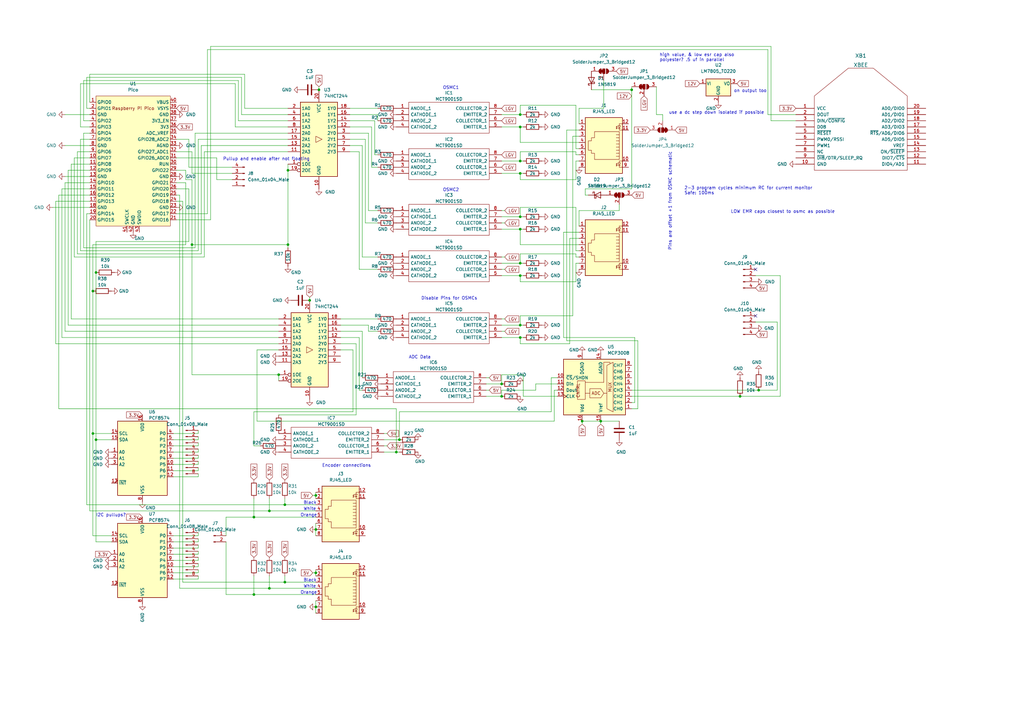
<source format=kicad_sch>
(kicad_sch (version 20211123) (generator eeschema)
  (paper "A3")
  (junction (at 303.53 162.56))
  (junction (at 116.84 207.01))
  (junction (at 39.37 111.76))
  (junction (at 205.74 157.48))
  (junction (at 213.36 66.04))
  (junction (at 110.49 209.55))
  (junction (at 259.08 36.83))
  (junction (at 129.54 217.17))
  (junction (at 118.11 100.33))
  (junction (at 205.74 162.56))
  (junction (at 104.14 243.84))
  (junction (at 39.37 180.34))
  (junction (at 114.3 153.67))
  (junction (at 104.14 212.09))
  (junction (at 213.36 138.43))
  (junction (at 129.54 234.95))
  (junction (at 116.84 238.76))
  (junction (at 246.38 172.72))
  (junction (at 213.36 46.99))
  (junction (at 110.49 241.3))
  (junction (at 129.54 203.2))
  (junction (at 163.83 180.34))
  (junction (at 162.56 185.42))
  (junction (at 213.36 52.07))
  (junction (at 238.76 172.72))
  (junction (at 213.36 88.9))
  (junction (at 127 123.19))
  (junction (at 38.1 119.38))
  (junction (at 118.11 69.85))
  (junction (at 129.54 248.92))
  (junction (at 213.36 107.95))
  (junction (at 213.36 93.98))
  (junction (at 311.15 160.02))
  (junction (at 213.36 71.12))
  (junction (at 213.36 133.35))
  (junction (at 38.1 177.8))
  (junction (at 78.74 100.33))
  (junction (at 130.81 36.83))
  (junction (at 213.36 113.03))
  (no_connect (at 309.88 129.54))
  (no_connect (at 309.88 110.49))
  (wire (pts (xy 236.22 85.09) (xy 236.22 102.87)))
  (wire (pts (xy 73.66 241.3) (xy 110.49 241.3)))
  (wire (pts (xy 72.39 57.15) (xy 77.47 57.15)))
  (wire (pts (xy 219.71 160.02) (xy 205.74 160.02)))
  (wire (pts (xy 27.94 133.35) (xy 114.3 133.35)))
  (wire (pts (xy 139.7 143.51) (xy 144.78 143.51)))
  (wire (pts (xy 22.86 82.55) (xy 36.83 82.55)))
  (wire (pts (xy 77.47 77.47) (xy 77.47 99.06)))
  (wire (pts (xy 71.12 232.41) (xy 81.28 232.41)))
  (wire (pts (xy 96.52 34.29) (xy 96.52 52.07)))
  (wire (pts (xy 129.54 233.68) (xy 129.54 234.95)))
  (wire (pts (xy 38.1 100.33) (xy 76.2 100.33)))
  (wire (pts (xy 71.12 187.96) (xy 81.28 187.96)))
  (wire (pts (xy 129.54 201.93) (xy 129.54 203.2)))
  (wire (pts (xy 236.22 62.23) (xy 236.22 63.5)))
  (wire (pts (xy 36.83 30.48) (xy 100.33 30.48)))
  (wire (pts (xy 105.41 143.51) (xy 114.3 143.51)))
  (wire (pts (xy 152.4 68.58) (xy 154.94 68.58)))
  (wire (pts (xy 240.03 77.47) (xy 259.08 77.47)))
  (wire (pts (xy 24.13 80.01) (xy 36.83 80.01)))
  (wire (pts (xy 143.51 62.23) (xy 147.32 62.23)))
  (wire (pts (xy 200.66 154.94) (xy 199.39 154.94)))
  (wire (pts (xy 237.49 55.88) (xy 234.95 55.88)))
  (wire (pts (xy 139.7 130.81) (xy 154.94 130.81)))
  (wire (pts (xy 147.32 160.02) (xy 148.59 160.02)))
  (wire (pts (xy 38.1 100.33) (xy 38.1 119.38)))
  (wire (pts (xy 88.9 64.77) (xy 88.9 73.66)))
  (wire (pts (xy 36.83 52.07) (xy 33.02 52.07)))
  (wire (pts (xy 71.12 229.87) (xy 81.28 229.87)))
  (wire (pts (xy 205.74 88.9) (xy 213.36 88.9)))
  (wire (pts (xy 78.74 153.67) (xy 114.3 153.67)))
  (wire (pts (xy 231.14 138.43) (xy 260.35 138.43)))
  (wire (pts (xy 139.7 140.97) (xy 146.05 140.97)))
  (wire (pts (xy 144.78 143.51) (xy 144.78 168.91)))
  (wire (pts (xy 146.05 140.97) (xy 146.05 170.18)))
  (wire (pts (xy 240.03 77.47) (xy 240.03 80.01)))
  (wire (pts (xy 78.74 62.23) (xy 78.74 71.12)))
  (wire (pts (xy 205.74 107.95) (xy 213.36 107.95)))
  (wire (pts (xy 85.09 20.32) (xy 85.09 87.63)))
  (wire (pts (xy 144.78 168.91) (xy 104.14 168.91)))
  (wire (pts (xy 214.63 162.56) (xy 228.6 162.56)))
  (wire (pts (xy 158.75 177.8) (xy 157.48 177.8)))
  (wire (pts (xy 146.05 170.18) (xy 114.3 170.18)))
  (wire (pts (xy 149.86 91.44) (xy 154.94 91.44)))
  (wire (pts (xy 231.14 95.25) (xy 231.14 138.43)))
  (wire (pts (xy 83.82 62.23) (xy 118.11 62.23)))
  (wire (pts (xy 213.36 93.98) (xy 214.63 93.98)))
  (wire (pts (xy 72.39 90.17) (xy 86.36 90.17)))
  (wire (pts (xy 71.12 195.58) (xy 81.28 195.58)))
  (wire (pts (xy 213.36 43.18) (xy 213.36 46.99)))
  (wire (pts (xy 92.71 212.09) (xy 92.71 219.71)))
  (wire (pts (xy 118.11 69.85) (xy 118.11 100.33)))
  (wire (pts (xy 118.11 67.31) (xy 118.11 69.85)))
  (wire (pts (xy 35.56 207.01) (xy 35.56 87.63)))
  (wire (pts (xy 163.83 168.91) (xy 226.06 168.91)))
  (wire (pts (xy 213.36 107.95) (xy 214.63 107.95)))
  (wire (pts (xy 116.84 238.76) (xy 74.93 238.76)))
  (wire (pts (xy 34.29 54.61) (xy 34.29 101.6)))
  (wire (pts (xy 242.57 36.83) (xy 259.08 36.83)))
  (wire (pts (xy 232.41 53.34) (xy 237.49 53.34)))
  (wire (pts (xy 71.12 185.42) (xy 81.28 185.42)))
  (wire (pts (xy 36.83 54.61) (xy 34.29 54.61)))
  (wire (pts (xy 309.88 113.03) (xy 320.04 113.03)))
  (wire (pts (xy 74.93 238.76) (xy 74.93 82.55)))
  (wire (pts (xy 86.36 19.05) (xy 316.23 19.05)))
  (wire (pts (xy 207.01 130.81) (xy 205.74 130.81)))
  (wire (pts (xy 38.1 177.8) (xy 45.72 177.8)))
  (wire (pts (xy 45.72 219.71) (xy 38.1 219.71)))
  (wire (pts (xy 71.12 237.49) (xy 81.28 237.49)))
  (wire (pts (xy 26.67 46.99) (xy 36.83 46.99)))
  (wire (pts (xy 259.08 77.47) (xy 259.08 36.83)))
  (wire (pts (xy 231.14 95.25) (xy 237.49 95.25)))
  (wire (pts (xy 110.49 241.3) (xy 110.49 236.22)))
  (wire (pts (xy 128.27 234.95) (xy 129.54 234.95)))
  (wire (pts (xy 104.14 182.88) (xy 106.68 182.88)))
  (wire (pts (xy 81.28 193.04) (xy 81.28 191.77)))
  (wire (pts (xy 129.54 203.2) (xy 129.54 204.47)))
  (wire (pts (xy 88.9 73.66) (xy 95.25 73.66)))
  (wire (pts (xy 205.74 153.67) (xy 214.63 153.67)))
  (wire (pts (xy 100.33 44.45) (xy 118.11 44.45)))
  (wire (pts (xy 22.86 140.97) (xy 22.86 82.55)))
  (wire (pts (xy 226.06 154.94) (xy 226.06 168.91)))
  (wire (pts (xy 205.74 71.12) (xy 213.36 71.12)))
  (wire (pts (xy 213.36 140.97) (xy 233.68 140.97)))
  (wire (pts (xy 205.74 138.43) (xy 213.36 138.43)))
  (wire (pts (xy 34.29 101.6) (xy 80.01 101.6)))
  (wire (pts (xy 260.35 165.1) (xy 259.08 165.1)))
  (wire (pts (xy 81.28 177.8) (xy 81.28 176.53)))
  (wire (pts (xy 148.59 59.69) (xy 148.59 105.41)))
  (wire (pts (xy 259.08 167.64) (xy 261.62 167.64)))
  (wire (pts (xy 82.55 59.69) (xy 118.11 59.69)))
  (wire (pts (xy 76.2 69.85) (xy 76.2 73.66)))
  (wire (pts (xy 207.01 91.44) (xy 205.74 91.44)))
  (wire (pts (xy 36.83 41.91) (xy 36.83 30.48)))
  (wire (pts (xy 116.84 207.01) (xy 116.84 204.47)))
  (wire (pts (xy 39.37 180.34) (xy 39.37 222.25)))
  (wire (pts (xy 213.36 115.57) (xy 236.22 115.57)))
  (wire (pts (xy 237.49 44.45) (xy 237.49 50.8)))
  (wire (pts (xy 85.09 20.32) (xy 314.96 20.32)))
  (wire (pts (xy 104.14 212.09) (xy 104.14 204.47)))
  (wire (pts (xy 147.32 62.23) (xy 147.32 110.49)))
  (wire (pts (xy 151.13 133.35) (xy 151.13 135.89)))
  (wire (pts (xy 99.06 46.99) (xy 118.11 46.99)))
  (wire (pts (xy 36.83 44.45) (xy 35.56 44.45)))
  (wire (pts (xy 25.4 138.43) (xy 25.4 77.47)))
  (wire (pts (xy 25.4 77.47) (xy 36.83 77.47)))
  (wire (pts (xy 148.59 105.41) (xy 154.94 105.41)))
  (wire (pts (xy 238.76 172.72) (xy 246.38 172.72)))
  (wire (pts (xy 151.13 54.61) (xy 151.13 86.36)))
  (wire (pts (xy 81.28 57.15) (xy 118.11 57.15)))
  (wire (pts (xy 30.48 64.77) (xy 30.48 105.41)))
  (wire (pts (xy 31.75 62.23) (xy 31.75 104.14)))
  (wire (pts (xy 260.35 138.43) (xy 260.35 165.1)))
  (wire (pts (xy 213.36 43.18) (xy 236.22 43.18)))
  (wire (pts (xy 213.36 107.95) (xy 213.36 104.14)))
  (wire (pts (xy 318.77 132.08) (xy 318.77 160.02)))
  (wire (pts (xy 129.54 212.09) (xy 104.14 212.09)))
  (wire (pts (xy 213.36 133.35) (xy 213.36 129.54)))
  (wire (pts (xy 71.12 222.25) (xy 81.28 222.25)))
  (wire (pts (xy 25.4 138.43) (xy 114.3 138.43)))
  (wire (pts (xy 143.51 52.07) (xy 152.4 52.07)))
  (wire (pts (xy 232.41 53.34) (xy 232.41 139.7)))
  (wire (pts (xy 269.24 35.56) (xy 269.24 46.99)))
  (wire (pts (xy 73.66 80.01) (xy 73.66 241.3)))
  (wire (pts (xy 27.94 69.85) (xy 27.94 133.35)))
  (wire (pts (xy 219.71 160.02) (xy 219.71 157.48)))
  (wire (pts (xy 213.36 104.14) (xy 236.22 104.14)))
  (wire (pts (xy 213.36 46.99) (xy 214.63 46.99)))
  (wire (pts (xy 316.23 19.05) (xy 316.23 49.53)))
  (wire (pts (xy 104.14 168.91) (xy 104.14 182.88)))
  (wire (pts (xy 35.56 87.63) (xy 36.83 87.63)))
  (wire (pts (xy 71.12 227.33) (xy 81.28 227.33)))
  (wire (pts (xy 261.62 139.7) (xy 261.62 167.64)))
  (wire (pts (xy 97.79 49.53) (xy 118.11 49.53)))
  (wire (pts (xy 34.29 33.02) (xy 34.29 49.53)))
  (wire (pts (xy 153.67 63.5) (xy 154.94 63.5)))
  (wire (pts (xy 36.83 49.53) (xy 34.29 49.53)))
  (wire (pts (xy 71.12 224.79) (xy 81.28 224.79)))
  (wire (pts (xy 24.13 80.01) (xy 24.13 167.64)))
  (wire (pts (xy 139.7 138.43) (xy 147.32 138.43)))
  (wire (pts (xy 96.52 52.07) (xy 118.11 52.07)))
  (wire (pts (xy 39.37 99.06) (xy 39.37 111.76)))
  (wire (pts (xy 143.51 57.15) (xy 149.86 57.15)))
  (wire (pts (xy 33.02 57.15) (xy 33.02 102.87)))
  (wire (pts (xy 237.49 100.33) (xy 213.36 100.33)))
  (wire (pts (xy 163.83 168.91) (xy 163.83 180.34)))
  (wire (pts (xy 314.96 20.32) (xy 314.96 46.99)))
  (wire (pts (xy 143.51 44.45) (xy 154.94 44.45)))
  (wire (pts (xy 247.65 44.45) (xy 237.49 44.45)))
  (wire (pts (xy 71.12 190.5) (xy 81.28 190.5)))
  (wire (pts (xy 81.28 185.42) (xy 81.28 184.15)))
  (wire (pts (xy 213.36 138.43) (xy 214.63 138.43)))
  (wire (pts (xy 213.36 113.03) (xy 213.36 115.57)))
  (wire (pts (xy 26.67 72.39) (xy 36.83 72.39)))
  (wire (pts (xy 78.74 73.66) (xy 78.74 100.33)))
  (wire (pts (xy 110.49 209.55) (xy 36.83 209.55)))
  (wire (pts (xy 35.56 44.45) (xy 35.56 31.75)))
  (wire (pts (xy 213.36 71.12) (xy 214.63 71.12)))
  (wire (pts (xy 236.22 43.18) (xy 236.22 60.96)))
  (wire (pts (xy 213.36 52.07) (xy 214.63 52.07)))
  (wire (pts (xy 234.95 55.88) (xy 234.95 129.54)))
  (wire (pts (xy 83.82 105.41) (xy 83.82 62.23)))
  (wire (pts (xy 157.48 185.42) (xy 162.56 185.42)))
  (wire (pts (xy 213.36 66.04) (xy 213.36 62.23)))
  (wire (pts (xy 36.83 67.31) (xy 29.21 67.31)))
  (wire (pts (xy 259.08 36.83) (xy 259.08 35.56)))
  (wire (pts (xy 81.28 237.49) (xy 81.28 236.22)))
  (wire (pts (xy 143.51 46.99) (xy 154.94 46.99)))
  (wire (pts (xy 314.96 46.99) (xy 326.39 46.99)))
  (wire (pts (xy 116.84 207.01) (xy 35.56 207.01)))
  (wire (pts (xy 104.14 243.84) (xy 129.54 243.84)))
  (wire (pts (xy 30.48 105.41) (xy 83.82 105.41)))
  (wire (pts (xy 110.49 209.55) (xy 110.49 204.47)))
  (wire (pts (xy 153.67 49.53) (xy 153.67 63.5)))
  (wire (pts (xy 139.7 135.89) (xy 148.59 135.89)))
  (wire (pts (xy 246.38 173.99) (xy 246.38 172.72)))
  (wire (pts (xy 205.74 66.04) (xy 213.36 66.04)))
  (wire (pts (xy 213.36 85.09) (xy 236.22 85.09)))
  (wire (pts (xy 36.83 64.77) (xy 30.48 64.77)))
  (wire (pts (xy 214.63 153.67) (xy 214.63 162.56)))
  (wire (pts (xy 36.83 62.23) (xy 31.75 62.23)))
  (wire (pts (xy 36.83 69.85) (xy 27.94 69.85)))
  (wire (pts (xy 236.22 73.66) (xy 236.22 66.04)))
  (wire (pts (xy 81.28 234.95) (xy 81.28 233.68)))
  (wire (pts (xy 38.1 177.8) (xy 38.1 219.71)))
  (wire (pts (xy 38.1 119.38) (xy 38.1 177.8)))
  (wire (pts (xy 316.23 49.53) (xy 326.39 49.53)))
  (wire (pts (xy 205.74 160.02) (xy 205.74 162.56)))
  (wire (pts (xy 247.65 33.02) (xy 247.65 44.45)))
  (wire (pts (xy 100.33 30.48) (xy 100.33 44.45)))
  (wire (pts (xy 110.49 241.3) (xy 129.54 241.3)))
  (wire (pts (xy 205.74 93.98) (xy 213.36 93.98)))
  (wire (pts (xy 236.22 104.14) (xy 236.22 105.41)))
  (wire (pts (xy 39.37 111.76) (xy 39.37 180.34)))
  (wire (pts (xy 81.28 224.79) (xy 81.28 223.52)))
  (wire (pts (xy 259.08 162.56) (xy 303.53 162.56)))
  (wire (pts (xy 71.12 193.04) (xy 81.28 193.04)))
  (wire (pts (xy 116.84 238.76) (xy 116.84 236.22)))
  (wire (pts (xy 82.55 104.14) (xy 82.55 59.69)))
  (wire (pts (xy 72.39 80.01) (xy 73.66 80.01)))
  (wire (pts (xy 311.15 160.02) (xy 318.77 160.02)))
  (wire (pts (xy 241.3 80.01) (xy 240.03 80.01)))
  (wire (pts (xy 236.22 102.87) (xy 237.49 102.87)))
  (wire (pts (xy 72.39 62.23) (xy 78.74 62.23)))
  (wire (pts (xy 236.22 105.41) (xy 237.49 105.41)))
  (wire (pts (xy 72.39 87.63) (xy 85.09 87.63)))
  (wire (pts (xy 213.36 58.42) (xy 237.49 58.42)))
  (wire (pts (xy 129.54 248.92) (xy 129.54 251.46)))
  (wire (pts (xy 213.36 138.43) (xy 213.36 140.97)))
  (wire (pts (xy 72.39 77.47) (xy 77.47 77.47)))
  (wire (pts (xy 147.32 138.43) (xy 147.32 160.02)))
  (wire (pts (xy 80.01 54.61) (xy 118.11 54.61)))
  (wire (pts (xy 303.53 162.56) (xy 320.04 162.56)))
  (wire (pts (xy 207.01 105.41) (xy 205.74 105.41)))
  (wire (pts (xy 213.36 52.07) (xy 213.36 58.42)))
  (wire (pts (xy 76.2 73.66) (xy 78.74 73.66)))
  (wire (pts (xy 29.21 67.31) (xy 29.21 130.81)))
  (wire (pts (xy 33.02 102.87) (xy 81.28 102.87)))
  (wire (pts (xy 213.36 133.35) (xy 214.63 133.35)))
  (wire (pts (xy 36.83 57.15) (xy 33.02 57.15)))
  (wire (pts (xy 143.51 49.53) (xy 153.67 49.53)))
  (wire (pts (xy 129.54 217.17) (xy 129.54 219.71)))
  (wire (pts (xy 118.11 100.33) (xy 78.74 100.33)))
  (wire (pts (xy 81.28 180.34) (xy 81.28 179.07)))
  (wire (pts (xy 81.28 227.33) (xy 81.28 226.06)))
  (wire (pts (xy 36.83 90.17) (xy 36.83 209.55)))
  (wire (pts (xy 99.06 31.75) (xy 99.06 46.99)))
  (wire (pts (xy 80.01 54.61) (xy 80.01 101.6)))
  (wire (pts (xy 33.02 34.29) (xy 96.52 34.29)))
  (wire (pts (xy 81.28 229.87) (xy 81.28 228.6)))
  (wire (pts (xy 213.36 93.98) (xy 213.36 100.33)))
  (wire (pts (xy 77.47 57.15) (xy 77.47 68.58)))
  (wire (pts (xy 205.74 153.67) (xy 205.74 157.48)))
  (wire (pts (xy 158.75 182.88) (xy 157.48 182.88)))
  (wire (pts (xy 72.39 69.85) (xy 76.2 69.85)))
  (wire (pts (xy 26.67 74.93) (xy 36.83 74.93)))
  (wire (pts (xy 246.38 172.72) (xy 254 172.72)))
  (wire (pts (xy 254 83.82) (xy 254 86.36)))
  (wire (pts (xy 205.74 52.07) (xy 213.36 52.07)))
  (wire (pts (xy 39.37 222.25) (xy 45.72 222.25)))
  (wire (pts (xy 130.81 35.56) (xy 130.81 36.83)))
  (wire (pts (xy 148.59 135.89) (xy 148.59 154.94)))
  (wire (pts (xy 81.28 182.88) (xy 81.28 181.61)))
  (wire (pts (xy 129.54 214.63) (xy 129.54 217.17)))
  (wire (pts (xy 152.4 52.07) (xy 152.4 68.58)))
  (wire (pts (xy 35.56 31.75) (xy 99.06 31.75)))
  (wire (pts (xy 213.36 62.23) (xy 236.22 62.23)))
  (wire (pts (xy 114.3 153.67) (xy 114.3 156.21)))
  (wire (pts (xy 238.76 173.99) (xy 238.76 172.72)))
  (wire (pts (xy 97.79 33.02) (xy 97.79 49.53)))
  (wire (pts (xy 236.22 107.95) (xy 237.49 107.95)))
  (wire (pts (xy 151.13 135.89) (xy 154.94 135.89)))
  (wire (pts (xy 320.04 113.03) (xy 320.04 162.56)))
  (wire (pts (xy 127 121.92) (xy 127 123.19)))
  (wire (pts (xy 213.36 73.66) (xy 236.22 73.66)))
  (wire (pts (xy 81.28 195.58) (xy 81.28 194.31)))
  (wire (pts (xy 207.01 86.36) (xy 205.74 86.36)))
  (wire (pts (xy 22.86 140.97) (xy 114.3 140.97)))
  (wire (pts (xy 33.02 52.07) (xy 33.02 34.29)))
  (wire (pts (xy 26.67 135.89) (xy 114.3 135.89)))
  (wire (pts (xy 71.12 219.71) (xy 81.28 219.71)))
  (wire (pts (xy 77.47 99.06) (xy 39.37 99.06)))
  (wire (pts (xy 81.28 232.41) (xy 81.28 231.14)))
  (wire (pts (xy 200.66 160.02) (xy 199.39 160.02)))
  (wire (pts (xy 147.32 110.49) (xy 154.94 110.49)))
  (wire (pts (xy 236.22 66.04) (xy 237.49 66.04)))
  (wire (pts (xy 233.68 97.79) (xy 237.49 97.79)))
  (wire (pts (xy 207.01 135.89) (xy 205.74 135.89)))
  (wire (pts (xy 233.68 140.97) (xy 233.68 97.79)))
  (wire (pts (xy 24.13 167.64) (xy 162.56 167.64)))
  (wire (pts (xy 205.74 133.35) (xy 213.36 133.35)))
  (wire (pts (xy 143.51 54.61) (xy 151.13 54.61)))
  (wire (pts (xy 29.21 130.81) (xy 114.3 130.81)))
  (wire (pts (xy 228.6 154.94) (xy 226.06 154.94)))
  (wire (pts (xy 72.39 64.77) (xy 88.9 64.77)))
  (wire (pts (xy 71.12 180.34) (xy 81.28 180.34)))
  (wire (pts (xy 139.7 133.35) (xy 151.13 133.35)))
  (wire (pts (xy 227.33 160.02) (xy 227.33 172.72)))
  (wire (pts (xy 228.6 160.02) (xy 227.33 160.02)))
  (wire (pts (xy 86.36 90.17) (xy 86.36 19.05)))
  (wire (pts (xy 162.56 185.42) (xy 162.56 167.64)))
  (wire (pts (xy 76.2 100.33) (xy 76.2 74.93)))
  (wire (pts (xy 236.22 60.96) (xy 237.49 60.96)))
  (wire (pts (xy 271.78 46.99) (xy 269.24 46.99)))
  (wire (pts (xy 129.54 234.95) (xy 129.54 236.22)))
  (wire (pts (xy 104.14 212.09) (xy 92.71 212.09)))
  (wire (pts (xy 39.37 180.34) (xy 45.72 180.34)))
  (wire (pts (xy 92.71 243.84) (xy 92.71 222.25)))
  (wire (pts (xy 71.12 234.95) (xy 81.28 234.95)))
  (wire (pts (xy 105.41 172.72) (xy 227.33 172.72)))
  (wire (pts (xy 81.28 219.71) (xy 81.28 218.44)))
  (wire (pts (xy 118.11 101.6) (xy 118.11 100.33)))
  (wire (pts (xy 116.84 238.76) (xy 129.54 238.76)))
  (wire (pts (xy 254 86.36) (xy 237.49 86.36)))
  (wire (pts (xy 219.71 157.48) (xy 228.6 157.48)))
  (wire (pts (xy 259.08 160.02) (xy 311.15 160.02)))
  (wire (pts (xy 154.94 46.99) (xy 154.94 49.53)))
  (wire (pts (xy 213.36 66.04) (xy 214.63 66.04)))
  (wire (pts (xy 162.56 185.42) (xy 163.83 185.42)))
  (wire (pts (xy 213.36 88.9) (xy 214.63 88.9)))
  (wire (pts (xy 271.78 49.53) (xy 271.78 46.99)))
  (wire (pts (xy 81.28 57.15) (xy 81.28 102.87)))
  (wire (pts (xy 77.47 68.58) (xy 95.25 68.58)))
  (wire (pts (xy 26.67 74.93) (xy 26.67 135.89)))
  (wire (pts (xy 236.22 63.5) (xy 237.49 63.5)))
  (wire (pts (xy 104.14 243.84) (xy 104.14 236.22)))
  (wire (pts (xy 76.2 74.93) (xy 72.39 74.93)))
  (wire (pts (xy 151.13 86.36) (xy 154.94 86.36)))
  (wire (pts (xy 149.86 57.15) (xy 149.86 91.44)))
  (wire (pts (xy 26.67 59.69) (xy 36.83 59.69)))
  (wire (pts (xy 34.29 33.02) (xy 97.79 33.02)))
  (wire (pts (xy 213.36 85.09) (xy 213.36 88.9)))
  (wire (pts (xy 157.48 180.34) (xy 163.83 180.34)))
  (wire (pts (xy 21.59 85.09) (xy 36.83 85.09)))
  (wire (pts (xy 81.28 222.25) (xy 81.28 220.98)))
  (wire (pts (xy 199.39 157.48) (xy 205.74 157.48)))
  (wire (pts (xy 143.51 59.69) (xy 148.59 59.69)))
  (wire (pts (xy 71.12 182.88) (xy 81.28 182.88)))
  (wire (pts (xy 74.93 82.55) (xy 72.39 82.55)))
  (wire (pts (xy 213.36 71.12) (xy 213.36 73.66)))
  (wire (pts (xy 128.27 203.2) (xy 129.54 203.2)))
  (wire (pts (xy 205.74 46.99) (xy 213.36 46.99)))
  (wire (pts (xy 129.54 246.38) (xy 129.54 248.92)))
  (wire (pts (xy 129.54 209.55) (xy 110.49 209.55)))
  (wire (pts (xy 234.95 129.54) (xy 213.36 129.54)))
  (wire (pts (xy 237.49 86.36) (xy 237.49 92.71)))
  (wire (pts (xy 81.28 190.5) (xy 81.28 189.23)))
  (wire (pts (xy 71.12 177.8) (xy 81.28 177.8)))
  (wire (pts (xy 31.75 104.14) (xy 82.55 104.14)))
  (wire (pts (xy 232.41 139.7) (xy 261.62 139.7)))
  (wire (pts (xy 104.14 243.84) (xy 92.71 243.84)))
  (wire (pts (xy 199.39 162.56) (xy 205.74 162.56)))
  (wire (pts (xy 81.28 187.96) (xy 81.28 186.69)))
  (wire (pts (xy 236.22 115.57) (xy 236.22 107.95)))
  (wire (pts (xy 309.88 132.08) (xy 318.77 132.08)))
  (wire (pts (xy 78.74 71.12) (xy 95.25 71.12)))
  (wire (pts (xy 213.36 113.03) (xy 214.63 113.03)))
  (wire (pts (xy 205.74 113.03) (xy 213.36 113.03)))
  (wire (pts (xy 129.54 207.01) (xy 116.84 207.01)))
  (wire (pts (xy 78.74 100.33) (xy 78.74 153.67)))
  (wire (pts (xy 207.01 110.49) (xy 205.74 110.49)))
  (wire (pts (xy 105.41 143.51) (xy 105.41 172.72)))
  (text "Encoder connections" (at 132.08 191.77 0) (effects (font (size 1.27 1.27)) (justify left bottom)))
  (text "Black" (at 124.46 238.76 0) (effects (font (size 1.27 1.27)) (justify left bottom)))
  (text "use a dc step down isolated if possible" (at 274.32 46.99 0) (effects (font (size 1.27 1.27)) (justify left bottom)))
  (text "I2C pullups?" (at 39.37 212.09 0) (effects (font (size 1.27 1.27)) (justify left bottom)))
  (text "Pullup and enable after not floating" (at 91.44 66.04 0) (effects (font (size 1.27 1.27)) (justify left bottom)))
  (text "on output too" (at 300.99 38.1 0) (effects (font (size 1.27 1.27)) (justify left bottom)))
  (text "Disable Pins for OSMCs" (at 172.72 123.19 0) (effects (font (size 1.27 1.27)) (justify left bottom)))
  (text "White" (at 124.46 209.55 0) (effects (font (size 1.27 1.27)) (justify left bottom)))
  (text "high value, & low esr cap also\npolyester? .5 uf in parallel" (at 270.51 25.4 0) (effects (font (size 1.27 1.27)) (justify left bottom)))
  (text "OSMC2" (at 181.61 78.74 0) (effects (font (size 1.27 1.27)) (justify left bottom)))
  (text "OSMC1" (at 181.61 36.83 0) (effects (font (size 1.27 1.27)) (justify left bottom)))
  (text "ADC Data" (at 167.64 147.32 0) (effects (font (size 1.27 1.27)) (justify left bottom)))
  (text "2-3 program cycles minimum RC for current monitor\nSafe: 100ms" (at 280.67 80.01 0) (effects (font (size 1.27 1.27)) (justify left bottom)))
  (text "Orange" (at 123.19 212.09 0) (effects (font (size 1.27 1.27)) (justify left bottom)))
  (text "LOW EMR caps closest to osmc as possible" (at 299.72 87.63 0) (effects (font (size 1.27 1.27)) (justify left bottom)))
  (text "Pins are offset +1 from OSMC schematic" (at 275.59 62.23 270) (effects (font (size 1.27 1.27)) (justify right bottom)))
  (text "Black" (at 124.46 207.01 0) (effects (font (size 1.27 1.27)) (justify left bottom)))
  (text "White" (at 124.46 241.3 0) (effects (font (size 1.27 1.27)) (justify left bottom)))
  (text "Orange" (at 123.19 243.84 0) (effects (font (size 1.27 1.27)) (justify left bottom)))
  (global_label "LGV" (shape input) (at 207.01 135.89 0) (property "Intersheet References" "${INTERSHEET_REFS}" (effects hide)))
  (global_label "LGV" (shape input) (at 205.74 49.53 0) (property "Intersheet References" "${INTERSHEET_REFS}" (effects hide)))
  (global_label "LGV" (shape input) (at 207.01 110.49 0) (property "Intersheet References" "${INTERSHEET_REFS}" (effects hide)))
  (global_label "LGV" (shape input) (at 207.01 91.44 0) (property "Intersheet References" "${INTERSHEET_REFS}" (effects hide)))
  (global_label "5V" (shape input) (at 252.73 29.21 0) (property "Intersheet References" "${INTERSHEET_REFS}" (effects hide)))
  (global_label "5V" (shape input) (at 130.81 35.56 90) (property "Intersheet References" "${INTERSHEET_REFS}" (effects hide)))
  (global_label "LGV" (shape input) (at 205.74 44.45 0) (property "Intersheet References" "${INTERSHEET_REFS}" (effects hide)))
  (global_label "3.3V" (shape input) (at 116.84 196.85 90) (property "Intersheet References" "${INTERSHEET_REFS}" (effects hide)))
  (global_label "5V" (shape input) (at 259.08 80.01 0) (property "Intersheet References" "${INTERSHEET_REFS}" (effects hide)))
  (global_label "3.3V" (shape input) (at 104.14 228.6 90) (property "Intersheet References" "${INTERSHEET_REFS}" (effects hide)))
  (global_label "5V" (shape input) (at 238.76 173.99 270) (property "Intersheet References" "${INTERSHEET_REFS}" (effects hide)))
  (global_label "3.3V" (shape input) (at 58.42 170.18 180) (property "Intersheet References" "${INTERSHEET_REFS}" (effects hide)))
  (global_label "5V" (shape input) (at 246.38 173.99 270) (property "Intersheet References" "${INTERSHEET_REFS}" (effects hide)))
  (global_label "12V" (shape input) (at 287.02 34.29 180) (property "Intersheet References" "${INTERSHEET_REFS}" (effects hide)))
  (global_label "12V" (shape input) (at 259.08 39.37 180) (property "Intersheet References" "${INTERSHEET_REFS}" (effects hide)))
  (global_label "3.3V" (shape input) (at 266.7 53.34 180) (property "Intersheet References" "${INTERSHEET_REFS}" (effects hide)))
  (global_label "5V" (shape input) (at 128.27 234.95 180) (property "Intersheet References" "${INTERSHEET_REFS}" (effects hide)))
  (global_label "5V" (shape input) (at 302.26 34.29 0) (property "Intersheet References" "${INTERSHEET_REFS}" (effects hide)))
  (global_label "3.3V" (shape input) (at 116.84 228.6 90) (property "Intersheet References" "${INTERSHEET_REFS}" (effects hide)))
  (global_label "LGV" (shape input) (at 207.01 130.81 0) (property "Intersheet References" "${INTERSHEET_REFS}" (effects hide)))
  (global_label "5V" (shape input) (at 127 121.92 90) (property "Intersheet References" "${INTERSHEET_REFS}" (effects hide)))
  (global_label "LGV" (shape input) (at 207.01 86.36 0) (property "Intersheet References" "${INTERSHEET_REFS}" (effects hide)))
  (global_label "LGV" (shape input) (at 264.16 39.37 270) (property "Intersheet References" "${INTERSHEET_REFS}" (effects hide)))
  (global_label "3.3V" (shape input) (at 104.14 196.85 90) (property "Intersheet References" "${INTERSHEET_REFS}" (effects hide)))
  (global_label "LGV" (shape input) (at 205.74 63.5 0) (property "Intersheet References" "${INTERSHEET_REFS}" (effects hide)))
  (global_label "5V" (shape input) (at 309.88 118.11 0) (property "Intersheet References" "${INTERSHEET_REFS}" (effects hide)))
  (global_label "5V" (shape input) (at 309.88 137.16 0) (property "Intersheet References" "${INTERSHEET_REFS}" (effects hide)))
  (global_label "5V" (shape input) (at 158.75 177.8 0) (property "Intersheet References" "${INTERSHEET_REFS}" (effects hide)))
  (global_label "5V" (shape input) (at 276.86 53.34 0) (property "Intersheet References" "${INTERSHEET_REFS}" (effects hide)))
  (global_label "3.3V" (shape input) (at 158.75 182.88 0) (property "Intersheet References" "${INTERSHEET_REFS}" (effects hide)))
  (global_label "3.3V" (shape input) (at 45.72 227.33 180) (property "Intersheet References" "${INTERSHEET_REFS}" (effects hide)))
  (global_label "3.3V" (shape input) (at 110.49 196.85 90) (property "Intersheet References" "${INTERSHEET_REFS}" (effects hide)))
  (global_label "3.3V" (shape input) (at 72.39 52.07 0) (property "Intersheet References" "${INTERSHEET_REFS}" (effects hide)))
  (global_label "5V" (shape input) (at 200.66 160.02 0) (property "Intersheet References" "${INTERSHEET_REFS}" (effects hide)))
  (global_label "LGV" (shape input) (at 205.74 68.58 0) (property "Intersheet References" "${INTERSHEET_REFS}" (effects hide)))
  (global_label "5V" (shape input) (at 200.66 154.94 0) (property "Intersheet References" "${INTERSHEET_REFS}" (effects hide)))
  (global_label "3.3V" (shape input) (at 110.49 228.6 90) (property "Intersheet References" "${INTERSHEET_REFS}" (effects hide)))
  (global_label "5V" (shape input) (at 128.27 203.2 180) (property "Intersheet References" "${INTERSHEET_REFS}" (effects hide)))
  (global_label "LGV" (shape input) (at 207.01 105.41 0) (property "Intersheet References" "${INTERSHEET_REFS}" (effects hide)))
  (global_label "5V" (shape input) (at 72.39 44.45 0) (property "Intersheet References" "${INTERSHEET_REFS}" (effects hide)))
  (global_label "3.3V" (shape input) (at 58.42 212.09 180) (property "Intersheet References" "${INTERSHEET_REFS}" (effects hide)))
  (global_label "3.3V" (shape input) (at 326.39 44.45 180) (property "Intersheet References" "${INTERSHEET_REFS}" (effects hide)))
  (symbol (lib_id "Device:R") (at 158.75 44.45 90) (unit 1)
    (property "Reference" "R1" (at 154.94 43.18 90))
    (property "Value" "470" (at 158.75 44.45 90))
    (property "Footprint" "Resistor_THT:R_Axial_DIN0207_L6.3mm_D2.5mm_P10.16mm_Horizontal" (effects hide))
  )
  (symbol (lib_id "power:GND") (at 303.53 154.94 180) (unit 1)
    (property "Reference" "#PWR025" (effects hide))
    (property "Value" "GND" (at 304.8 151.13 0) (effects (justify left)))
  )
  (symbol (lib_id "power:GND") (at 123.19 36.83 270) (unit 1)
    (property "Reference" "#PWR028" (effects hide))
    (property "Value" "GND" (at 115.57 36.83 90) (effects (justify left)))
  )
  (symbol (lib_id "Device:R") (at 209.55 162.56 90) (unit 1)
    (property "Reference" "R24" (at 209.55 160.02 90))
    (property "Value" "2k" (at 209.55 162.56 90))
    (property "Footprint" "Resistor_THT:R_Axial_DIN0207_L6.3mm_D2.5mm_P10.16mm_Horizontal" (effects hide))
  )
  (symbol (lib_id "Regulator_Linear:LM7805_TO220") (at 294.64 34.29 0) (unit 1)
    (property "Reference" "U2" (at 294.64 26.67 0))
    (property "Value" "LM7805_TO220" (at 294.64 29.21 0))
    (property "Footprint" "Package_TO_SOT_THT:TO-220-3_Vertical" (effects hide))
    (property "Datasheet" "https://www.onsemi.cn/PowerSolutions/document/MC7800-D.PDF" (effects hide))
  )
  (symbol (lib_id "power:GND") (at 162.56 133.35 270) (unit 1)
    (property "Reference" "#PWR0128" (effects hide))
    (property "Value" "GND" (at 154.94 133.35 90) (effects (justify left)))
  )
  (symbol (lib_id "power:GND") (at 119.38 123.19 270) (unit 1)
    (property "Reference" "#PWR027" (effects hide))
    (property "Value" "GND" (at 111.76 123.19 90) (effects (justify left)))
  )
  (symbol (lib_id "power:GND") (at 294.64 41.91 0) (unit 1)
    (property "Reference" "#PWR01" (effects hide))
    (property "Value" "GND" (at 289.56 44.45 0) (effects (justify left)))
  )
  (symbol (lib_id "power:GND") (at 311.15 152.4 180) (unit 1)
    (property "Reference" "#PWR026" (effects hide))
    (property "Value" "GND" (at 312.42 148.59 0) (effects (justify left)))
  )
  (symbol (lib_id "Device:R") (at 110.49 182.88 90) (unit 1)
    (property "Reference" "R26" (at 105.41 181.61 90))
    (property "Value" "470" (at 110.49 182.88 90))
    (property "Footprint" "Resistor_THT:R_Axial_DIN0207_L6.3mm_D2.5mm_P10.16mm_Horizontal" (effects hide))
  )
  (symbol (lib_id "Device:R") (at 158.75 105.41 90) (unit 1)
    (property "Reference" "R7" (at 154.94 104.14 90))
    (property "Value" "470" (at 158.75 105.41 90))
    (property "Footprint" "Resistor_THT:R_Axial_DIN0207_L6.3mm_D2.5mm_P10.16mm_Horizontal" (effects hide))
  )
  (symbol (lib_id "power:GND") (at 222.25 107.95 90) (unit 1)
    (property "Reference" "#PWR0106" (effects hide))
    (property "Value" "GND" (at 229.87 107.95 90) (effects (justify left)))
  )
  (symbol (lib_id "power:GND") (at 222.25 46.99 90) (unit 1)
    (property "Reference" "#PWR0101" (effects hide))
    (property "Value" "GND" (at 229.87 46.99 90) (effects (justify left)))
  )
  (symbol (lib_id "power:GND") (at 222.25 88.9 90) (unit 1)
    (property "Reference" "#PWR0105" (effects hide))
    (property "Value" "GND" (at 229.87 88.9 90) (effects (justify left)))
  )
  (symbol (lib_id "power:GND") (at 222.25 71.12 90) (unit 1)
    (property "Reference" "#PWR0104" (effects hide))
    (property "Value" "GND" (at 229.87 71.12 90) (effects (justify left)))
  )
  (symbol (lib_id "power:GND") (at 326.39 67.31 270) (unit 1)
    (property "Reference" "#PWR0138" (effects hide))
    (property "Value" "GND" (at 318.77 67.31 90) (effects (justify left)))
  )
  (symbol (lib_id "power:GND") (at 237.49 110.49 0) (unit 1)
    (property "Reference" "#PWR0110" (effects hide))
    (property "Value" "GND" (at 237.49 118.11 90) (effects (justify left)))
  )
  (symbol (lib_id "power:GND") (at 162.56 113.03 270) (unit 1)
    (property "Reference" "#PWR0130" (effects hide))
    (property "Value" "GND" (at 154.94 113.03 90) (effects (justify left)))
  )
  (symbol (lib_id "Device:R") (at 104.14 200.66 0) (unit 1)
    (property "Reference" "R29" (at 105.41 199.39 0) (effects (justify left)))
    (property "Value" "10k" (at 105.41 201.93 0) (effects (justify left)))
    (property "Footprint" "Resistor_THT:R_Axial_DIN0207_L6.3mm_D2.5mm_P10.16mm_Horizontal" (effects hide))
  )
  (symbol (lib_id "Device:C") (at 127 36.83 90) (unit 1)
    (property "Reference" "C3" (at 127 29.21 90))
    (property "Value" "1uF" (at 127 31.75 90))
    (property "Footprint" "Capacitor_THT:C_Rect_L7.0mm_W4.5mm_P5.00mm" (effects hide))
  )
  (symbol (lib_id "power:GND") (at 114.3 185.42 270) (unit 1)
    (property "Reference" "#PWR011" (effects hide))
    (property "Value" "GND" (at 106.68 185.42 90) (effects (justify left)))
  )
  (symbol (lib_id "Connector:RJ45_LED") (at 139.7 241.3 180) (unit 1)
    (property "Reference" "J4" (at 139.7 226.06 0))
    (property "Value" "RJ45_LED" (at 139.7 228.6 0))
    (property "Footprint" "Connector_RJ:RJ45_Amphenol_RJHSE538X" (effects hide))
  )
  (symbol (lib_id "MCT9001SD:MCT9001SD") (at 156.21 154.94 0) (unit 1)
    (property "Reference" "IC6" (at 177.8 148.59 0))
    (property "Value" "MCT9001SD" (at 177.8 151.13 0))
    (property "Footprint" "Package_DIP:DIP-8_W7.62mm_Socket" (effects hide))
    (property "Datasheet" "https://www.onsemi.com/pub/Collateral/MCT9001-D.pdf" (effects hide))
    (property "Description" "Transistor Output Optocouplers" (effects hide))
    (property "Height" "3.85" (effects hide))
    (property "Manufacturer_Name" "onsemi" (effects hide))
    (property "Manufacturer_Part_Number" "MCT9001SD" (effects hide))
    (property "Mouser Part Number" "512-MCT9001SD" (effects hide))
    (property "Mouser Price/Stock" "https://www.mouser.co.uk/ProductDetail/ON-Semiconductor-Fairchild/MCT9001SD?qs=iXS6m0csglIJrd2jBm7BRg%3D%3D" (effects hide))
    (property "Arrow Part Number" "MCT9001SD" (effects hide))
    (property "Arrow Price/Stock" "https://www.arrow.com/en/products/mct9001sd/on-semiconductor?region=nac" (effects hide))
  )
  (symbol (lib_id "power:GND") (at 45.72 119.38 90) (unit 1)
    (property "Reference" "#PWR0135" (effects hide))
    (property "Value" "GND" (at 50.8 119.38 90))
  )
  (symbol (lib_id "RF_OEM_Parts:XBEE") (at 353.06 55.88 0) (unit 1)
    (property "Reference" "XB1" (at 353.06 22.86 0) (effects (font (size 1.524 1.524))))
    (property "Value" "XBEE" (at 353.06 26.67 0) (effects (font (size 1.524 1.524))))
    (property "Footprint" "RF_and_other_modules:XBEE_PRO_PTH" (effects hide))
  )
  (symbol (lib_id "power:GND") (at 238.76 144.78 180) (unit 1)
    (property "Reference" "#PWR0133" (effects hide))
    (property "Value" "GND" (at 237.49 143.51 0) (effects (justify left)))
  )
  (symbol (lib_id "power:GND") (at 156.21 162.56 270) (unit 1)
    (property "Reference" "#PWR07" (effects hide))
    (property "Value" "GND" (at 148.59 162.56 90) (effects (justify left)))
  )
  (symbol (lib_id "power:GND") (at 72.39 59.69 90) (unit 1)
    (property "Reference" "#PWR0118" (effects hide))
    (property "Value" "GND" (at 76.2 59.6899 90) (effects (justify right)))
  )
  (symbol (lib_id "Device:R") (at 110.49 232.41 0) (unit 1)
    (property "Reference" "R33" (at 111.76 231.14 0) (effects (justify left)))
    (property "Value" "10k" (at 111.76 233.68 0) (effects (justify left)))
    (property "Footprint" "Resistor_THT:R_Axial_DIN0207_L6.3mm_D2.5mm_P10.16mm_Horizontal" (effects hide))
  )
  (symbol (lib_id "Device:R") (at 218.44 138.43 90) (unit 1)
    (property "Reference" "R20" (at 218.44 135.89 90))
    (property "Value" "2k" (at 218.44 138.43 90))
    (property "Footprint" "Resistor_THT:R_Axial_DIN0207_L6.3mm_D2.5mm_P10.16mm_Horizontal" (effects hide))
  )
  (symbol (lib_id "power:GND") (at 129.54 217.17 270) (unit 1)
    (property "Reference" "#PWR0132" (effects hide))
    (property "Value" "GND" (at 125.73 217.1699 90) (effects (justify right)))
  )
  (symbol (lib_id "power:GND") (at 237.49 68.58 0) (unit 1)
    (property "Reference" "#PWR0109" (effects hide))
    (property "Value" "GND" (at 237.49 76.2 90) (effects (justify left)))
  )
  (symbol (lib_id "Diode:1N5819") (at 245.11 80.01 0) (unit 1)
    (property "Reference" "D2" (at 244.7925 73.66 0))
    (property "Value" "1N5819" (at 244.7925 76.2 0))
    (property "Footprint" "Diode_THT:D_DO-41_SOD81_P10.16mm_Horizontal" (effects hide))
    (property "Datasheet" "http://www.vishay.com/docs/88525/1n5817.pdf" (effects hide))
  )
  (symbol (lib_id "Jumper:SolderJumper_3_Bridged12") (at 254 80.01 0) (unit 1)
    (property "Reference" "JP3" (at 254 73.66 0))
    (property "Value" "SolderJumper_3_Bridged12" (at 254 76.2 0))
    (property "Footprint" "Jumper:SolderJumper-3_P1.3mm_Open_Pad1.0x1.5mm" (effects hide))
  )
  (symbol (lib_id "Connector:RJ45_LED") (at 247.65 58.42 180) (unit 1)
    (property "Reference" "J1" (at 247.65 43.18 0))
    (property "Value" "RJ45_LED" (at 247.65 45.72 0))
    (property "Footprint" "Connector_RJ:RJ45_Amphenol_RJHSE538X" (effects hide))
  )
  (symbol (lib_id "Connector:Conn_01x04_Male") (at 304.8 113.03 0) (unit 1)
    (property "Reference" "J9" (at 305.435 105.41 0))
    (property "Value" "Conn_01x04_Male" (at 305.435 107.95 0))
    (property "Footprint" "Connector_PinHeader_2.54mm:PinHeader_1x04_P2.54mm_Vertical" (effects hide))
  )
  (symbol (lib_id "power:GND") (at 162.56 52.07 270) (unit 1)
    (property "Reference" "#PWR0114" (effects hide))
    (property "Value" "GND" (at 154.94 52.07 90) (effects (justify left)))
  )
  (symbol (lib_id "power:GND") (at 222.25 133.35 90) (unit 1)
    (property "Reference" "#PWR0112" (effects hide))
    (property "Value" "GND" (at 229.87 133.35 90) (effects (justify left)))
  )
  (symbol (lib_id "power:GND") (at 26.67 59.69 270) (unit 1)
    (property "Reference" "#PWR0124" (effects hide))
    (property "Value" "GND" (at 19.05 59.69 90) (effects (justify left)))
  )
  (symbol (lib_id "power:GND") (at 222.25 66.04 90) (unit 1)
    (property "Reference" "#PWR0103" (effects hide))
    (property "Value" "GND" (at 229.87 66.04 90) (effects (justify left)))
  )
  (symbol (lib_id "power:GND") (at 127 163.83 0) (unit 1)
    (property "Reference" "#PWR04" (effects hide))
    (property "Value" "GND" (at 129.54 165.0999 0) (effects (justify left)))
  )
  (symbol (lib_id "power:GND") (at 114.3 148.59 270) (unit 1)
    (property "Reference" "#PWR021" (effects hide))
    (property "Value" "GND" (at 106.68 148.59 90) (effects (justify left)))
  )
  (symbol (lib_id "Device:R") (at 218.44 52.07 90) (unit 1)
    (property "Reference" "R12" (at 218.44 49.53 90))
    (property "Value" "2k" (at 218.44 52.07 90))
    (property "Footprint" "Resistor_THT:R_Axial_DIN0207_L6.3mm_D2.5mm_P10.16mm_Horizontal" (effects hide))
  )
  (symbol (lib_id "Device:R") (at 218.44 93.98 90) (unit 1)
    (property "Reference" "R16" (at 218.44 91.44 90))
    (property "Value" "2k" (at 218.44 93.98 90))
    (property "Footprint" "Resistor_THT:R_Axial_DIN0207_L6.3mm_D2.5mm_P10.16mm_Horizontal" (effects hide))
  )
  (symbol (lib_id "power:GND") (at 58.42 205.74 0) (unit 1)
    (property "Reference" "#PWR018" (effects hide))
    (property "Value" "GND" (at 59.69 208.28 0) (effects (justify left)))
  )
  (symbol (lib_id "Connector:Conn_01x02_Male") (at 87.63 219.71 0) (unit 1)
    (property "Reference" "J7" (at 88.265 214.63 0))
    (property "Value" "Conn_01x02_Male" (at 88.265 217.17 0))
    (property "Footprint" "Connector_PinHeader_2.54mm:PinHeader_1x02_P2.54mm_Vertical" (effects hide))
  )
  (symbol (lib_id "Connector:Conn_01x04_Male") (at 304.8 132.08 0) (unit 1)
    (property "Reference" "J10" (at 305.435 124.46 0))
    (property "Value" "Conn_01x04_Male" (at 305.435 127 0))
    (property "Footprint" "Connector_PinHeader_2.54mm:PinHeader_1x04_P2.54mm_Vertical" (effects hide))
  )
  (symbol (lib_id "power:GND") (at 114.3 146.05 270) (unit 1)
    (property "Reference" "#PWR020" (effects hide))
    (property "Value" "GND" (at 106.68 146.05 90) (effects (justify left)))
  )
  (symbol (lib_id "power:GND") (at 171.45 185.42 0) (unit 1)
    (property "Reference" "#PWR013" (effects hide))
    (property "Value" "GND" (at 170.18 189.23 0) (effects (justify left)))
  )
  (symbol (lib_id "power:GND") (at 45.72 229.87 270) (unit 1)
    (property "Reference" "#PWR016" (effects hide))
    (property "Value" "GND" (at 38.1 229.87 90) (effects (justify left)))
  )
  (symbol (lib_id "74xx:74HCT244") (at 130.81 57.15 0) (unit 1)
    (property "Reference" "U3" (at 132.8294 36.83 0) (effects (justify left)))
    (property "Value" "74HCT244" (at 132.8294 39.37 0) (effects (justify left)))
    (property "Footprint" "Package_DIP:DIP-20_W7.62mm_Socket" (effects hide))
    (property "Datasheet" "https://assets.nexperia.com/documents/data-sheet/74HC_HCT244.pdf" (effects hide))
  )
  (symbol (lib_id "power:GND") (at 213.36 162.56 0) (unit 1)
    (property "Reference" "#PWR09" (effects hide))
    (property "Value" "GND" (at 212.09 167.64 0) (effects (justify left)))
  )
  (symbol (lib_id "Device:R") (at 158.75 135.89 90) (unit 1)
    (property "Reference" "R10" (at 153.67 134.62 90))
    (property "Value" "470" (at 158.75 135.89 90))
    (property "Footprint" "Resistor_THT:R_Axial_DIN0207_L6.3mm_D2.5mm_P10.16mm_Horizontal" (effects hide))
  )
  (symbol (lib_id "power:GND") (at 21.59 85.09 270) (unit 1)
    (property "Reference" "#PWR0126" (effects hide))
    (property "Value" "GND" (at 13.97 85.09 90) (effects (justify left)))
  )
  (symbol (lib_id "Jumper:SolderJumper_3_Bridged12") (at 264.16 35.56 0) (unit 1)
    (property "Reference" "JP1" (at 264.16 29.21 0))
    (property "Value" "SolderJumper_3_Bridged12" (at 264.16 31.75 0))
    (property "Footprint" "Jumper:SolderJumper-3_P1.3mm_Open_Pad1.0x1.5mm" (effects hide))
  )
  (symbol (lib_id "Device:R") (at 218.44 46.99 90) (unit 1)
    (property "Reference" "R11" (at 218.44 44.45 90))
    (property "Value" "2k" (at 218.44 46.99 90))
    (property "Footprint" "Resistor_THT:R_Axial_DIN0207_L6.3mm_D2.5mm_P10.16mm_Horizontal" (effects hide))
  )
  (symbol (lib_id "MCT9001SD:MCT9001SD") (at 162.56 86.36 0) (unit 1)
    (property "Reference" "IC3" (at 184.15 80.01 0))
    (property "Value" "MCT9001SD" (at 184.15 82.55 0))
    (property "Footprint" "Package_DIP:DIP-8_W7.62mm_Socket" (effects hide))
    (property "Datasheet" "https://www.onsemi.com/pub/Collateral/MCT9001-D.pdf" (effects hide))
    (property "Description" "Transistor Output Optocouplers" (effects hide))
    (property "Height" "3.85" (effects hide))
    (property "Manufacturer_Name" "onsemi" (effects hide))
    (property "Manufacturer_Part_Number" "MCT9001SD" (effects hide))
    (property "Mouser Part Number" "512-MCT9001SD" (effects hide))
    (property "Mouser Price/Stock" "https://www.mouser.co.uk/ProductDetail/ON-Semiconductor-Fairchild/MCT9001SD?qs=iXS6m0csglIJrd2jBm7BRg%3D%3D" (effects hide))
    (property "Arrow Part Number" "MCT9001SD" (effects hide))
    (property "Arrow Price/Stock" "https://www.arrow.com/en/products/mct9001sd/on-semiconductor?region=nac" (effects hide))
  )
  (symbol (lib_id "MCT9001SD:MCT9001SD") (at 162.56 63.5 0) (unit 1)
    (property "Reference" "IC2" (at 184.15 57.15 0))
    (property "Value" "MCT9001SD" (at 184.15 59.69 0))
    (property "Footprint" "Package_DIP:DIP-8_W7.62mm_Socket" (effects hide))
    (property "Datasheet" "https://www.onsemi.com/pub/Collateral/MCT9001-D.pdf" (effects hide))
    (property "Description" "Transistor Output Optocouplers" (effects hide))
    (property "Height" "3.85" (effects hide))
    (property "Manufacturer_Name" "onsemi" (effects hide))
    (property "Manufacturer_Part_Number" "MCT9001SD" (effects hide))
    (property "Mouser Part Number" "512-MCT9001SD" (effects hide))
    (property "Mouser Price/Stock" "https://www.mouser.co.uk/ProductDetail/ON-Semiconductor-Fairchild/MCT9001SD?qs=iXS6m0csglIJrd2jBm7BRg%3D%3D" (effects hide))
    (property "Arrow Part Number" "MCT9001SD" (effects hide))
    (property "Arrow Price/Stock" "https://www.arrow.com/en/products/mct9001sd/on-semiconductor?region=nac" (effects hide))
  )
  (symbol (lib_id "power:GND") (at 254 180.34 0) (unit 1)
    (property "Reference" "#PWR03" (effects hide))
    (property "Value" "GND" (at 252.73 185.42 0) (effects (justify left)))
  )
  (symbol (lib_id "power:GND") (at 162.56 93.98 270) (unit 1)
    (property "Reference" "#PWR0122" (effects hide))
    (property "Value" "GND" (at 154.94 93.98 90) (effects (justify left)))
  )
  (symbol (lib_id "power:GND") (at 162.56 46.99 270) (unit 1)
    (property "Reference" "#PWR0115" (effects hide))
    (property "Value" "GND" (at 154.94 46.99 90) (effects (justify left)))
  )
  (symbol (lib_id "Device:R") (at 158.75 130.81 90) (unit 1)
    (property "Reference" "R9" (at 154.94 129.54 90))
    (property "Value" "470" (at 158.75 130.81 90))
    (property "Footprint" "Resistor_THT:R_Axial_DIN0207_L6.3mm_D2.5mm_P10.16mm_Horizontal" (effects hide))
  )
  (symbol (lib_id "Connector:RJ45_LED") (at 139.7 209.55 180) (unit 1)
    (property "Reference" "J3" (at 139.7 194.31 0))
    (property "Value" "RJ45_LED" (at 139.7 196.85 0))
    (property "Footprint" "Connector_RJ:RJ45_Amphenol_RJHSE538X" (effects hide))
  )
  (symbol (lib_id "power:GND") (at 72.39 72.39 90) (unit 1)
    (property "Reference" "#PWR0119" (effects hide))
    (property "Value" "GND" (at 76.2 72.3899 90) (effects (justify right)))
  )
  (symbol (lib_id "Interface_Expansion:PCF8574") (at 58.42 229.87 0) (unit 1)
    (property "Reference" "U7" (at 60.96 210.82 0) (effects (justify left)))
    (property "Value" "PCF8574" (at 60.96 213.36 0) (effects (justify left)))
    (property "Footprint" "Package_DIP:DIP-16_W7.62mm_Socket" (effects hide))
    (property "Datasheet" "http://www.nxp.com/documents/data_sheet/PCF8574_PCF8574A.pdf" (effects hide))
  )
  (symbol (lib_id "Device:R") (at 218.44 107.95 90) (unit 1)
    (property "Reference" "R17" (at 218.44 105.41 90))
    (property "Value" "2k" (at 218.44 107.95 90))
    (property "Footprint" "Resistor_THT:R_Axial_DIN0207_L6.3mm_D2.5mm_P10.16mm_Horizontal" (effects hide))
  )
  (symbol (lib_id "power:GND") (at 246.38 144.78 180) (unit 1)
    (property "Reference" "#PWR022" (effects hide))
    (property "Value" "GND" (at 245.11 143.51 0) (effects (justify left)))
  )
  (symbol (lib_id "power:GND") (at 162.56 66.04 270) (unit 1)
    (property "Reference" "#PWR0116" (effects hide))
    (property "Value" "GND" (at 154.94 66.04 90) (effects (justify left)))
  )
  (symbol (lib_id "power:GND") (at 114.3 180.34 270) (unit 1)
    (property "Reference" "#PWR010" (effects hide))
    (property "Value" "GND" (at 106.68 180.34 90) (effects (justify left)))
  )
  (symbol (lib_id "power:GND") (at 222.25 138.43 90) (unit 1)
    (property "Reference" "#PWR0111" (effects hide))
    (property "Value" "GND" (at 229.87 138.43 90) (effects (justify left)))
  )
  (symbol (lib_id "Device:R") (at 218.44 71.12 90) (unit 1)
    (property "Reference" "R14" (at 218.44 68.58 90))
    (property "Value" "2k" (at 218.44 71.12 90))
    (property "Footprint" "Resistor_THT:R_Axial_DIN0207_L6.3mm_D2.5mm_P10.16mm_Horizontal" (effects hide))
  )
  (symbol (lib_id "Device:R") (at 218.44 113.03 90) (unit 1)
    (property "Reference" "R18" (at 218.44 110.49 90))
    (property "Value" "2k" (at 218.44 113.03 90))
    (property "Footprint" "Resistor_THT:R_Axial_DIN0207_L6.3mm_D2.5mm_P10.16mm_Horizontal" (effects hide))
  )
  (symbol (lib_id "power:GND") (at 162.56 107.95 270) (unit 1)
    (property "Reference" "#PWR0129" (effects hide))
    (property "Value" "GND" (at 154.94 107.95 90) (effects (justify left)))
  )
  (symbol (lib_id "power:GND") (at 130.81 77.47 0) (unit 1)
    (property "Reference" "#PWR0136" (effects hide))
    (property "Value" "GND" (at 133.35 78.7399 0) (effects (justify left)))
  )
  (symbol (lib_id "Device:R") (at 218.44 133.35 90) (unit 1)
    (property "Reference" "R19" (at 218.44 130.81 90))
    (property "Value" "2k" (at 218.44 133.35 90))
    (property "Footprint" "Resistor_THT:R_Axial_DIN0207_L6.3mm_D2.5mm_P10.16mm_Horizontal" (effects hide))
  )
  (symbol (lib_id "power:GND") (at 45.72 232.41 270) (unit 1)
    (property "Reference" "#PWR017" (effects hide))
    (property "Value" "GND" (at 38.1 232.41 90) (effects (justify left)))
  )
  (symbol (lib_id "power:GND") (at 72.39 85.09 90) (unit 1)
    (property "Reference" "#PWR0120" (effects hide))
    (property "Value" "GND" (at 76.2 85.0899 90) (effects (justify right)))
  )
  (symbol (lib_id "74xx:74HCT244") (at 127 143.51 0) (unit 1)
    (property "Reference" "U4" (at 129.0194 123.19 0) (effects (justify left)))
    (property "Value" "74HCT244" (at 129.0194 125.73 0) (effects (justify left)))
    (property "Footprint" "Package_DIP:DIP-20_W7.62mm_Socket" (effects hide))
    (property "Datasheet" "https://assets.nexperia.com/documents/data-sheet/74HC_HCT244.pdf" (effects hide))
  )
  (symbol (lib_id "power:GND") (at 222.25 113.03 90) (unit 1)
    (property "Reference" "#PWR0107" (effects hide))
    (property "Value" "GND" (at 229.87 113.03 90) (effects (justify left)))
  )
  (symbol (lib_id "power:GND") (at 222.25 93.98 90) (unit 1)
    (property "Reference" "#PWR0108" (effects hide))
    (property "Value" "GND" (at 229.87 93.98 90) (effects (justify left)))
  )
  (symbol (lib_id "Connector:Conn_01x08_Male") (at 76.2 184.15 0) (unit 1)
    (property "Reference" "J5" (at 76.835 171.45 0))
    (property "Value" "Conn_01x08_Male" (at 76.835 173.99 0))
    (property "Footprint" "Connector_PinHeader_2.54mm:PinHeader_1x08_P2.54mm_Vertical" (effects hide))
  )
  (symbol (lib_id "Connector:Conn_01x08_Male") (at 76.2 226.06 0) (unit 1)
    (property "Reference" "J6" (at 76.835 213.36 0))
    (property "Value" "Conn_01x08_Male" (at 76.835 215.9 0))
    (property "Footprint" "Connector_PinHeader_2.54mm:PinHeader_1x08_P2.54mm_Vertical" (effects hide))
  )
  (symbol (lib_id "Device:R") (at 116.84 232.41 0) (unit 1)
    (property "Reference" "R34" (at 118.11 231.14 0) (effects (justify left)))
    (property "Value" "10k" (at 118.11 233.68 0) (effects (justify left)))
    (property "Footprint" "Resistor_THT:R_Axial_DIN0207_L6.3mm_D2.5mm_P10.16mm_Horizontal" (effects hide))
  )
  (symbol (lib_id "power:GND") (at 58.42 247.65 0) (unit 1)
    (property "Reference" "#PWR019" (effects hide))
    (property "Value" "GND" (at 58.42 255.27 90) (effects (justify left)))
  )
  (symbol (lib_id "power:GND") (at 45.72 185.42 270) (unit 1)
    (property "Reference" "#PWR05" (effects hide))
    (property "Value" "GND" (at 38.1 185.42 90) (effects (justify left)))
  )
  (symbol (lib_id "MCT9001SD:MCT9001SD") (at 162.56 44.45 0) (unit 1)
    (property "Reference" "IC1" (at 184.15 38.1 0))
    (property "Value" "MCT9001SD" (at 184.15 40.64 0))
    (property "Footprint" "Package_DIP:DIP-8_W7.62mm_Socket" (effects hide))
    (property "Datasheet" "https://www.onsemi.com/pub/Collateral/MCT9001-D.pdf" (effects hide))
    (property "Description" "Transistor Output Optocouplers" (effects hide))
    (property "Height" "3.85" (effects hide))
    (property "Manufacturer_Name" "onsemi" (effects hide))
    (property "Manufacturer_Part_Number" "MCT9001SD" (effects hide))
    (property "Mouser Part Number" "512-MCT9001SD" (effects hide))
    (property "Mouser Price/Stock" "https://www.mouser.co.uk/ProductDetail/ON-Semiconductor-Fairchild/MCT9001SD?qs=iXS6m0csglIJrd2jBm7BRg%3D%3D" (effects hide))
    (property "Arrow Part Number" "MCT9001SD" (effects hide))
    (property "Arrow Price/Stock" "https://www.arrow.com/en/products/mct9001sd/on-semiconductor?region=nac" (effects hide))
  )
  (symbol (lib_id "MCT9001SD:MCT9001SD") (at 114.3 177.8 0) (unit 1)
    (property "Reference" "IC7" (at 135.89 171.45 0))
    (property "Value" "MCT9001SD" (at 135.89 173.99 0))
    (property "Footprint" "Package_DIP:DIP-8_W7.62mm_Socket" (effects hide))
    (property "Datasheet" "https://www.onsemi.com/pub/Collateral/MCT9001-D.pdf" (effects hide))
    (property "Description" "Transistor Output Optocouplers" (effects hide))
    (property "Height" "3.85" (effects hide))
    (property "Manufacturer_Name" "onsemi" (effects hide))
    (property "Manufacturer_Part_Number" "MCT9001SD" (effects hide))
    (property "Mouser Part Number" "512-MCT9001SD" (effects hide))
    (property "Mouser Price/Stock" "https://www.mouser.co.uk/ProductDetail/ON-Semiconductor-Fairchild/MCT9001SD?qs=iXS6m0csglIJrd2jBm7BRg%3D%3D" (effects hide))
    (property "Arrow Part Number" "MCT9001SD" (effects hide))
    (property "Arrow Price/Stock" "https://www.arrow.com/en/products/mct9001sd/on-semiconductor?region=nac" (effects hide))
  )
  (symbol (lib_id "Device:R") (at 152.4 160.02 90) (unit 1)
    (property "Reference" "R22" (at 147.32 158.75 90))
    (property "Value" "470" (at 152.4 160.02 90))
    (property "Footprint" "Resistor_THT:R_Axial_DIN0207_L6.3mm_D2.5mm_P10.16mm_Horizontal" (effects hide))
  )
  (symbol (lib_id "power:GND") (at 222.25 52.07 90) (unit 1)
    (property "Reference" "#PWR0102" (effects hide))
    (property "Value" "GND" (at 229.87 52.07 90) (effects (justify left)))
  )
  (symbol (lib_id "power:GND") (at 162.56 138.43 270) (unit 1)
    (property "Reference" "#PWR0127" (effects hide))
    (property "Value" "GND" (at 154.94 138.43 90) (effects (justify left)))
  )
  (symbol (lib_id "Device:R") (at 41.91 119.38 90) (unit 1)
    (property "Reference" "R38" (at 41.91 114.3 90))
    (property "Value" "10k" (at 41.91 116.84 90))
    (property "Footprint" "Resistor_THT:R_Axial_DIN0207_L6.3mm_D2.5mm_P10.16mm_Horizontal" (effects hide))
  )
  (symbol (lib_id "Jumper:SolderJumper_3_Bridged12") (at 247.65 29.21 0) (unit 1)
    (property "Reference" "JP2" (at 247.65 22.86 0))
    (property "Value" "SolderJumper_3_Bridged12" (at 247.65 25.4 0))
    (property "Footprint" "Jumper:SolderJumper-3_P1.3mm_Open_Pad1.0x1.5mm" (effects hide))
  )
  (symbol (lib_id "Device:R") (at 158.75 63.5 90) (unit 1)
    (property "Reference" "R3" (at 154.94 62.23 90))
    (property "Value" "470" (at 158.75 63.5 90))
    (property "Footprint" "Resistor_THT:R_Axial_DIN0207_L6.3mm_D2.5mm_P10.16mm_Horizontal" (effects hide))
  )
  (symbol (lib_id "power:GND") (at 45.72 187.96 270) (unit 1)
    (property "Reference" "#PWR014" (effects hide))
    (property "Value" "GND" (at 38.1 187.96 90) (effects (justify left)))
  )
  (symbol (lib_id "MCT9001SD:MCT9001SD") (at 162.56 105.41 0) (unit 1)
    (property "Reference" "IC4" (at 184.15 99.06 0))
    (property "Value" "MCT9001SD" (at 184.15 101.6 0))
    (property "Footprint" "Package_DIP:DIP-8_W7.62mm_Socket" (effects hide))
    (property "Datasheet" "https://www.onsemi.com/pub/Collateral/MCT9001-D.pdf" (effects hide))
    (property "Description" "Transistor Output Optocouplers" (effects hide))
    (property "Height" "3.85" (effects hide))
    (property "Manufacturer_Name" "onsemi" (effects hide))
    (property "Manufacturer_Part_Number" "MCT9001SD" (effects hide))
    (property "Mouser Part Number" "512-MCT9001SD" (effects hide))
    (property "Mouser Price/Stock" "https://www.mouser.co.uk/ProductDetail/ON-Semiconductor-Fairchild/MCT9001SD?qs=iXS6m0csglIJrd2jBm7BRg%3D%3D" (effects hide))
    (property "Arrow Part Number" "MCT9001SD" (effects hide))
    (property "Arrow Price/Stock" "https://www.arrow.com/en/products/mct9001sd/on-semiconductor?region=nac" (effects hide))
  )
  (symbol (lib_id "Device:R") (at 209.55 157.48 90) (unit 1)
    (property "Reference" "R23" (at 209.55 154.94 90))
    (property "Value" "2k" (at 209.55 157.48 90))
    (property "Footprint" "Resistor_THT:R_Axial_DIN0207_L6.3mm_D2.5mm_P10.16mm_Horizontal" (effects hide))
  )
  (symbol (lib_id "Connector:RJ45_LED") (at 247.65 100.33 180) (unit 1)
    (property "Reference" "J2" (at 247.65 85.09 0))
    (property "Value" "RJ45_LED" (at 247.65 87.63 0))
    (property "Footprint" "Connector_RJ:RJ45_Amphenol_RJHSE538X" (effects hide))
  )
  (symbol (lib_id "Device:R") (at 118.11 105.41 180) (unit 1)
    (property "Reference" "R37" (at 114.3 104.14 0))
    (property "Value" "10k" (at 118.11 105.41 90))
    (property "Footprint" "Resistor_THT:R_Axial_DIN0207_L6.3mm_D2.5mm_P10.16mm_Horizontal" (effects hide))
  )
  (symbol (lib_id "power:GND") (at 118.11 109.22 0) (unit 1)
    (property "Reference" "#PWR02" (effects hide))
    (property "Value" "GND" (at 119.38 111.76 0) (effects (justify left)))
  )
  (symbol (lib_id "Device:R") (at 152.4 154.94 90) (unit 1)
    (property "Reference" "R21" (at 148.59 153.67 90))
    (property "Value" "470" (at 152.4 154.94 90))
    (property "Footprint" "Resistor_THT:R_Axial_DIN0207_L6.3mm_D2.5mm_P10.16mm_Horizontal" (effects hide))
  )
  (symbol (lib_id "power:GND") (at 129.54 248.92 270) (unit 1)
    (property "Reference" "#PWR0137" (effects hide))
    (property "Value" "GND" (at 125.73 248.9199 90) (effects (justify right)))
  )
  (symbol (lib_id "Device:R") (at 167.64 185.42 90) (unit 1)
    (property "Reference" "R28" (at 167.64 182.88 90))
    (property "Value" "2k" (at 167.64 185.42 90))
    (property "Footprint" "Resistor_THT:R_Axial_DIN0207_L6.3mm_D2.5mm_P10.16mm_Horizontal" (effects hide))
  )
  (symbol (lib_id "Device:R") (at 158.75 110.49 90) (unit 1)
    (property "Reference" "R8" (at 153.67 109.22 90))
    (property "Value" "470" (at 158.75 110.49 90))
    (property "Footprint" "Resistor_THT:R_Axial_DIN0207_L6.3mm_D2.5mm_P10.16mm_Horizontal" (effects hide))
  )
  (symbol (lib_id "power:GND") (at 213.36 157.48 180) (unit 1)
    (property "Reference" "#PWR08" (effects hide))
    (property "Value" "GND" (at 215.9 153.67 0) (effects (justify left)))
  )
  (symbol (lib_id "power:GND") (at 54.61 95.25 0) (unit 1)
    (property "Reference" "#PWR0131" (effects hide))
    (property "Value" "GND" (at 57.15 97.79 0))
  )
  (symbol (lib_id "Interface_Expansion:PCF8574") (at 58.42 187.96 0) (unit 1)
    (property "Reference" "U6" (at 60.96 168.91 0) (effects (justify left)))
    (property "Value" "PCF8574" (at 60.96 171.45 0) (effects (justify left)))
    (property "Footprint" "Package_DIP:DIP-16_W7.62mm_Socket" (effects hide))
    (property "Datasheet" "http://www.nxp.com/documents/data_sheet/PCF8574_PCF8574A.pdf" (effects hide))
  )
  (symbol (lib_id "Connector:Conn_01x04_Male") (at 100.33 73.66 180) (unit 1)
    (property "Reference" "J8" (at 101.6 71.1199 0) (effects (justify right)))
    (property "Value" "Conn_01x04_Male" (at 101.6 73.6599 0) (effects (justify right)))
    (property "Footprint" "Connector_PinHeader_2.54mm:PinHeader_1x04_P2.54mm_Vertical" (effects hide))
  )
  (symbol (lib_id "Device:C") (at 254 176.53 0) (unit 1)
    (property "Reference" "C1" (at 257.81 175.2599 0) (effects (justify left)))
    (property "Value" "1uF" (at 257.81 177.7999 0) (effects (justify left)))
    (property "Footprint" "Capacitor_THT:C_Rect_L7.0mm_W4.5mm_P5.00mm" (effects hide))
  )
  (symbol (lib_id "power:GND") (at 162.56 71.12 270) (unit 1)
    (property "Reference" "#PWR0117" (effects hide))
    (property "Value" "GND" (at 154.94 71.12 90) (effects (justify left)))
  )
  (symbol (lib_id "power:GND") (at 45.72 190.5 270) (unit 1)
    (property "Reference" "#PWR015" (effects hide))
    (property "Value" "GND" (at 38.1 190.5 90) (effects (justify left)))
  )
  (symbol (lib_id "Device:R") (at 303.53 158.75 180) (unit 1)
    (property "Reference" "R35" (at 306.07 157.4799 0) (effects (justify right)))
    (property "Value" "10k" (at 306.07 160.0199 0) (effects (justify right)))
    (property "Footprint" "Resistor_THT:R_Axial_DIN0207_L6.3mm_D2.5mm_P10.16mm_Horizontal" (effects hide))
  )
  (symbol (lib_id "power:GND") (at 309.88 134.62 90) (unit 1)
    (property "Reference" "#PWR024" (effects hide))
    (property "Value" "GND" (at 317.5 134.62 90) (effects (justify left)))
  )
  (symbol (lib_id "Device:R") (at 158.75 91.44 90) (unit 1)
    (property "Reference" "R6" (at 153.67 90.17 90))
    (property "Value" "470" (at 158.75 91.44 90))
    (property "Footprint" "Resistor_THT:R_Axial_DIN0207_L6.3mm_D2.5mm_P10.16mm_Horizontal" (effects hide))
  )
  (symbol (lib_id "MCU_RaspberryPi_and_Boards:Pico") (at 54.61 66.04 0) (unit 1)
    (property "Reference" "U1" (at 54.61 34.29 0))
    (property "Value" "Pico" (at 54.61 36.83 0))
    (property "Footprint" "MCU_RaspberryPi_and_Boards:RPi_Pico_SMD_TH" (effects hide))
  )
  (symbol (lib_id "Diode:1N5819") (at 242.57 33.02 90) (unit 1)
    (property "Reference" "D1" (at 245.11 32.0674 90) (effects (justify right)))
    (property "Value" "1N5819" (at 245.11 34.6074 90) (effects (justify right)))
    (property "Footprint" "Diode_THT:D_DO-41_SOD81_P10.16mm_Horizontal" (effects hide))
    (property "Datasheet" "http://www.vishay.com/docs/88525/1n5817.pdf" (effects hide))
  )
  (symbol (lib_id "power:GND") (at 26.67 72.39 270) (unit 1)
    (property "Reference" "#PWR0125" (effects hide))
    (property "Value" "GND" (at 19.05 72.39 90) (effects (justify left)))
  )
  (symbol (lib_id "power:GND") (at 46.99 111.76 90) (unit 1)
    (property "Reference" "#PWR0134" (effects hide))
    (property "Value" "GND" (at 52.07 111.76 90))
  )
  (symbol (lib_id "Device:R") (at 104.14 232.41 0) (unit 1)
    (property "Reference" "R32" (at 105.41 231.14 0) (effects (justify left)))
    (property "Value" "10k" (at 105.41 233.68 0) (effects (justify left)))
    (property "Footprint" "Resistor_THT:R_Axial_DIN0207_L6.3mm_D2.5mm_P10.16mm_Horizontal" (effects hide))
  )
  (symbol (lib_id "Device:R") (at 43.18 111.76 90) (unit 1)
    (property "Reference" "R39" (at 43.18 106.68 90))
    (property "Value" "10k" (at 43.18 109.22 90))
    (property "Footprint" "Resistor_THT:R_Axial_DIN0207_L6.3mm_D2.5mm_P10.16mm_Horizontal" (effects hide))
  )
  (symbol (lib_id "Device:R") (at 158.75 49.53 90) (unit 1)
    (property "Reference" "R2" (at 153.67 48.26 90))
    (property "Value" "470" (at 158.75 49.53 90))
    (property "Footprint" "Resistor_THT:R_Axial_DIN0207_L6.3mm_D2.5mm_P10.16mm_Horizontal" (effects hide))
  )
  (symbol (lib_id "Device:R") (at 116.84 200.66 0) (unit 1)
    (property "Reference" "R31" (at 118.11 199.39 0) (effects (justify left)))
    (property "Value" "10k" (at 118.11 201.93 0) (effects (justify left)))
    (property "Footprint" "Resistor_THT:R_Axial_DIN0207_L6.3mm_D2.5mm_P10.16mm_Horizontal" (effects hide))
  )
  (symbol (lib_id "Device:R") (at 158.75 86.36 90) (unit 1)
    (property "Reference" "R5" (at 154.94 85.09 90))
    (property "Value" "470" (at 158.75 86.36 90))
    (property "Footprint" "Resistor_THT:R_Axial_DIN0207_L6.3mm_D2.5mm_P10.16mm_Horizontal" (effects hide))
  )
  (symbol (lib_id "MCT9001SD:MCT9001SD") (at 162.56 130.81 0) (unit 1)
    (property "Reference" "IC5" (at 184.15 124.46 0))
    (property "Value" "MCT9001SD" (at 184.15 127 0))
    (property "Footprint" "Package_DIP:DIP-8_W7.62mm_Socket" (effects hide))
    (property "Datasheet" "https://www.onsemi.com/pub/Collateral/MCT9001-D.pdf" (effects hide))
    (property "Description" "Transistor Output Optocouplers" (effects hide))
    (property "Height" "3.85" (effects hide))
    (property "Manufacturer_Name" "onsemi" (effects hide))
    (property "Manufacturer_Part_Number" "MCT9001SD" (effects hide))
    (property "Mouser Part Number" "512-MCT9001SD" (effects hide))
    (property "Mouser Price/Stock" "https://www.mouser.co.uk/ProductDetail/ON-Semiconductor-Fairchild/MCT9001SD?qs=iXS6m0csglIJrd2jBm7BRg%3D%3D" (effects hide))
    (property "Arrow Part Number" "MCT9001SD" (effects hide))
    (property "Arrow Price/Stock" "https://www.arrow.com/en/products/mct9001sd/on-semiconductor?region=nac" (effects hide))
  )
  (symbol (lib_id "power:GND") (at 72.39 46.99 90) (unit 1)
    (property "Reference" "#PWR0113" (effects hide))
    (property "Value" "GND" (at 76.2 46.9899 90) (effects (justify right)))
  )
  (symbol (lib_id "Device:R") (at 167.64 180.34 90) (unit 1)
    (property "Reference" "R27" (at 167.64 177.8 90))
    (property "Value" "2k" (at 167.64 180.34 90))
    (property "Footprint" "Resistor_THT:R_Axial_DIN0207_L6.3mm_D2.5mm_P10.16mm_Horizontal" (effects hide))
  )
  (symbol (lib_id "Device:R") (at 218.44 66.04 90) (unit 1)
    (property "Reference" "R13" (at 218.44 63.5 90))
    (property "Value" "2k" (at 218.44 66.04 90))
    (property "Footprint" "Resistor_THT:R_Axial_DIN0207_L6.3mm_D2.5mm_P10.16mm_Horizontal" (effects hide))
  )
  (symbol (lib_id "Device:R") (at 311.15 156.21 180) (unit 1)
    (property "Reference" "R36" (at 313.69 154.9399 0) (effects (justify right)))
    (property "Value" "10k" (at 313.69 157.4799 0) (effects (justify right)))
    (property "Footprint" "Resistor_THT:R_Axial_DIN0207_L6.3mm_D2.5mm_P10.16mm_Horizontal" (effects hide))
  )
  (symbol (lib_id "Device:R") (at 114.3 173.99 180) (unit 1)
    (property "Reference" "R25" (at 111.76 175.26 90))
    (property "Value" "470" (at 114.3 173.99 90))
    (property "Footprint" "Resistor_THT:R_Axial_DIN0207_L6.3mm_D2.5mm_P10.16mm_Horizontal" (effects hide))
  )
  (symbol (lib_id "power:GND") (at 156.21 157.48 270) (unit 1)
    (property "Reference" "#PWR06" (effects hide))
    (property "Value" "GND" (at 148.59 157.48 90) (effects (justify left)))
  )
  (symbol (lib_id "Device:R") (at 218.44 88.9 90) (unit 1)
    (property "Reference" "R15" (at 218.44 86.36 90))
    (property "Value" "2k" (at 218.44 88.9 90))
    (property "Footprint" "Resistor_THT:R_Axial_DIN0207_L6.3mm_D2.5mm_P10.16mm_Horizontal" (effects hide))
  )
  (symbol (lib_id "power:GND") (at 171.45 180.34 180) (unit 1)
    (property "Reference" "#PWR012" (effects hide))
    (property "Value" "GND" (at 173.99 176.53 0) (effects (justify left)))
  )
  (symbol (lib_id "Device:R") (at 110.49 200.66 0) (unit 1)
    (property "Reference" "R30" (at 111.76 199.39 0) (effects (justify left)))
    (property "Value" "10k" (at 111.76 201.93 0) (effects (justify left)))
    (property "Footprint" "Resistor_THT:R_Axial_DIN0207_L6.3mm_D2.5mm_P10.16mm_Horizontal" (effects hide))
  )
  (symbol (lib_id "Jumper:SolderJumper_3_Bridged12") (at 271.78 53.34 180) (unit 1)
    (property "Reference" "JP4" (at 271.78 57.15 0))
    (property "Value" "SolderJumper_3_Bridged12" (at 271.78 59.69 0))
    (property "Footprint" "Jumper:SolderJumper-3_P1.3mm_Open_Pad1.0x1.5mm" (effects hide))
  )
  (symbol (lib_id "power:GND") (at 26.67 46.99 270) (unit 1)
    (property "Reference" "#PWR0123" (effects hide))
    (property "Value" "GND" (at 19.05 46.99 90) (effects (justify left)))
  )
  (symbol (lib_id "Device:R") (at 158.75 68.58 90) (unit 1)
    (property "Reference" "R4" (at 153.67 67.31 90))
    (property "Value" "470" (at 158.75 68.58 90))
    (property "Footprint" "Resistor_THT:R_Axial_DIN0207_L6.3mm_D2.5mm_P10.16mm_Horizontal" (effects hide))
  )
  (symbol (lib_id "power:GND") (at 309.88 115.57 90) (unit 1)
    (property "Reference" "#PWR023" (effects hide))
    (property "Value" "GND" (at 313.69 115.5699 90) (effects (justify right)))
  )
  (symbol (lib_id "power:GND") (at 162.56 88.9 270) (unit 1)
    (property "Reference" "#PWR0121" (effects hide))
    (property "Value" "GND" (at 154.94 88.9 90) (effects (justify left)))
  )
  (symbol (lib_id "Device:C") (at 123.19 123.19 90) (unit 1)
    (property "Reference" "C2" (at 123.19 115.57 90))
    (property "Value" "1uF" (at 123.19 118.11 90))
    (property "Footprint" "Capacitor_THT:C_Rect_L7.0mm_W4.5mm_P5.00mm" (effects hide))
  )
  (symbol (lib_id "Analog_ADC:MCP3008") (at 243.84 160.02 180) (unit 1)
    (property "Reference" "U5" (at 249.1487 142.24 0) (effects (justify right)))
    (property "Value" "MCP3008" (at 249.1487 144.78 0) (effects (justify right)))
    (property "Footprint" "Package_DIP:DIP-16_W7.62mm_Socket" (effects hide))
    (property "Datasheet" "http://ww1.microchip.com/downloads/en/DeviceDoc/21295d.pdf" (effects hide))
  )
)
</source>
